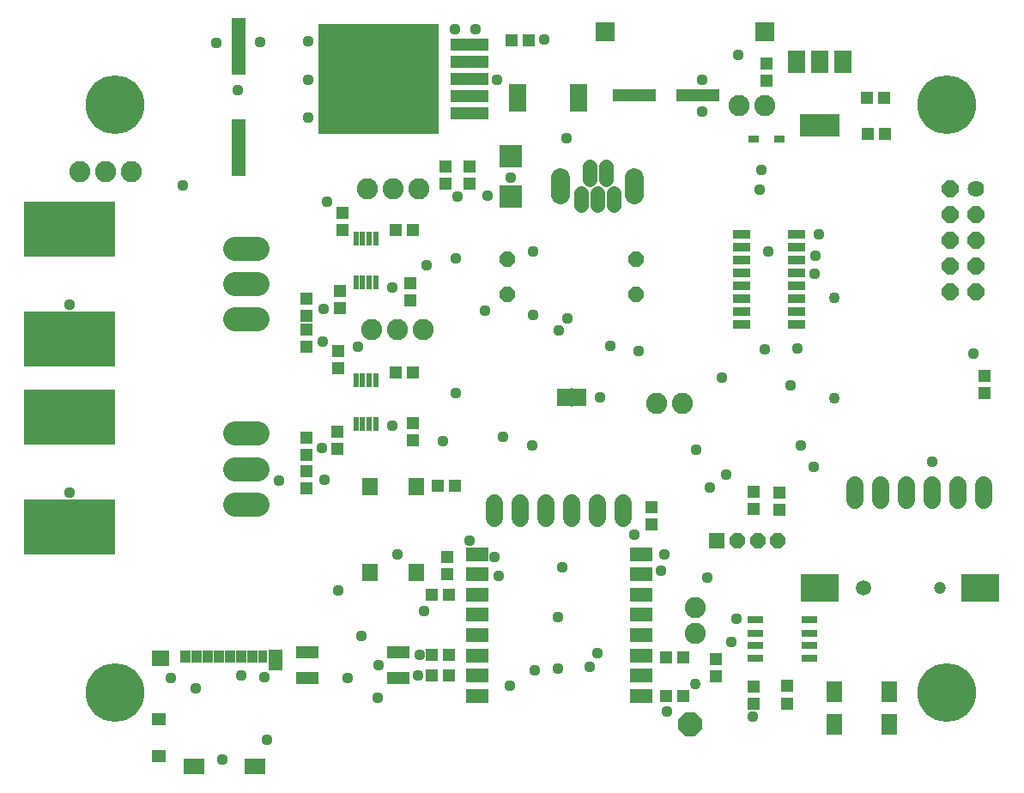
<source format=gts>
G75*
%MOIN*%
%OFA0B0*%
%FSLAX25Y25*%
%IPPOS*%
%LPD*%
%AMOC8*
5,1,8,0,0,1.08239X$1,22.5*
%
%ADD10R,0.02375X0.05524*%
%ADD11R,0.04737X0.05131*%
%ADD12R,0.08674X0.08674*%
%ADD13R,0.05131X0.04737*%
%ADD14R,0.06700X0.08700*%
%ADD15R,0.15800X0.08700*%
%ADD16R,0.14600X0.04900*%
%ADD17R,0.46700X0.42800*%
%ADD18R,0.06706X0.10643*%
%ADD19R,0.03950X0.03162*%
%ADD20R,0.16800X0.05100*%
%ADD21C,0.08200*%
%ADD22R,0.08674X0.05524*%
%ADD23C,0.06800*%
%ADD24R,0.05500X0.21900*%
%ADD25R,0.04150X0.05100*%
%ADD26R,0.03750X0.05100*%
%ADD27R,0.05406X0.07859*%
%ADD28R,0.08309X0.06106*%
%ADD29R,0.05506X0.04755*%
%ADD30R,0.06908X0.06107*%
%ADD31C,0.05556*%
%ADD32C,0.07400*%
%ADD33R,0.06312X0.07099*%
%ADD34R,0.05400X0.07100*%
%ADD35R,0.00600X0.07200*%
%ADD36R,0.06800X0.03300*%
%ADD37R,0.35249X0.21272*%
%ADD38OC8,0.06000*%
%ADD39C,0.06400*%
%ADD40OC8,0.06400*%
%ADD41R,0.05918X0.08280*%
%ADD42R,0.05918X0.03162*%
%ADD43C,0.09200*%
%ADD44C,0.04737*%
%ADD45C,0.05918*%
%ADD46R,0.14737X0.11036*%
%ADD47OC8,0.09300*%
%ADD48R,0.08700X0.05100*%
%ADD49R,0.06000X0.06000*%
%ADD50C,0.22800*%
%ADD51C,0.04369*%
%ADD52R,0.07296X0.07296*%
%ADD53C,0.05550*%
%ADD54C,0.04300*%
D10*
X0162988Y0196040D03*
X0165547Y0196040D03*
X0168106Y0196040D03*
X0170665Y0196040D03*
X0170665Y0213022D03*
X0168106Y0213022D03*
X0165547Y0213022D03*
X0162988Y0213022D03*
X0162988Y0251040D03*
X0165547Y0251040D03*
X0168106Y0251040D03*
X0170665Y0251040D03*
X0170665Y0268022D03*
X0168106Y0268022D03*
X0165547Y0268022D03*
X0162988Y0268022D03*
D11*
X0157627Y0271585D03*
X0157627Y0278278D03*
X0178480Y0271531D03*
X0185173Y0271531D03*
X0197786Y0289589D03*
X0197786Y0296282D03*
X0206950Y0296269D03*
X0206950Y0289576D03*
X0184051Y0251000D03*
X0184051Y0244307D03*
X0156827Y0241185D03*
X0156827Y0247878D03*
X0156127Y0224378D03*
X0156127Y0217685D03*
X0178441Y0216208D03*
X0185134Y0216208D03*
X0185027Y0196378D03*
X0185027Y0189685D03*
X0155827Y0186485D03*
X0155827Y0193178D03*
X0194599Y0172016D03*
X0201292Y0172016D03*
X0277627Y0163778D03*
X0277627Y0157085D03*
X0199173Y0129831D03*
X0192480Y0129831D03*
X0192480Y0106531D03*
X0199173Y0106531D03*
X0199173Y0098531D03*
X0192480Y0098531D03*
X0283480Y0105531D03*
X0290173Y0105531D03*
X0317372Y0094309D03*
X0317372Y0087616D03*
X0407110Y0208199D03*
X0407110Y0214892D03*
X0322327Y0329585D03*
X0322327Y0336278D03*
D12*
X0223111Y0300249D03*
X0223111Y0284501D03*
D13*
X0143827Y0244878D03*
X0143827Y0238185D03*
X0143827Y0232878D03*
X0143827Y0226185D03*
X0143827Y0190878D03*
X0143827Y0184185D03*
X0143827Y0177878D03*
X0143827Y0171185D03*
X0198277Y0144467D03*
X0198277Y0137774D03*
X0283480Y0090531D03*
X0290173Y0090531D03*
X0302827Y0098185D03*
X0302827Y0104878D03*
X0330456Y0094361D03*
X0330456Y0087668D03*
X0327365Y0162923D03*
X0327365Y0169615D03*
X0317551Y0169878D03*
X0317551Y0163185D03*
X0361729Y0309002D03*
X0368422Y0309002D03*
X0368197Y0322827D03*
X0361504Y0322827D03*
X0229972Y0345338D03*
X0223280Y0345338D03*
D14*
X0334038Y0336931D03*
X0343038Y0336931D03*
X0352038Y0336931D03*
D15*
X0343138Y0312131D03*
D16*
X0206902Y0316690D03*
X0206902Y0323390D03*
X0206902Y0330090D03*
X0206902Y0336790D03*
X0206902Y0343490D03*
D17*
X0171702Y0330090D03*
D18*
X0225715Y0322884D03*
X0249337Y0322884D03*
D19*
X0317472Y0306901D03*
X0327315Y0306901D03*
D20*
X0295627Y0323931D03*
X0271027Y0323931D03*
D21*
X0311827Y0319878D03*
X0321827Y0319878D03*
X0187326Y0287631D03*
X0177326Y0287631D03*
X0167326Y0287631D03*
X0075694Y0294290D03*
X0065694Y0294290D03*
X0055694Y0294290D03*
X0168997Y0232816D03*
X0178997Y0232816D03*
X0188997Y0232816D03*
X0279665Y0204311D03*
X0289665Y0204311D03*
X0294744Y0124994D03*
X0294744Y0114994D03*
D22*
X0273827Y0114161D03*
X0273827Y0106287D03*
X0273827Y0098413D03*
X0273827Y0090539D03*
X0273827Y0122035D03*
X0273827Y0129909D03*
X0273827Y0137783D03*
X0273827Y0145657D03*
X0210047Y0145657D03*
X0210047Y0137783D03*
X0210047Y0129909D03*
X0210047Y0122035D03*
X0210047Y0114161D03*
X0210047Y0106287D03*
X0210047Y0098413D03*
X0210047Y0090539D03*
D23*
X0216827Y0159531D02*
X0216827Y0165531D01*
X0226827Y0165531D02*
X0226827Y0159531D01*
X0236827Y0159531D02*
X0236827Y0165531D01*
X0246827Y0165531D02*
X0246827Y0159531D01*
X0256827Y0159531D02*
X0256827Y0165531D01*
X0266827Y0165531D02*
X0266827Y0159531D01*
X0356827Y0166531D02*
X0356827Y0172531D01*
X0366827Y0172531D02*
X0366827Y0166531D01*
X0376827Y0166531D02*
X0376827Y0172531D01*
X0386827Y0172531D02*
X0386827Y0166531D01*
X0396827Y0166531D02*
X0396827Y0172531D01*
X0406827Y0172531D02*
X0406827Y0166531D01*
D24*
X0117426Y0303496D03*
X0117426Y0342696D03*
D25*
X0118328Y0105787D03*
X0114026Y0105787D03*
X0109733Y0105777D03*
X0105371Y0105767D03*
X0101061Y0105787D03*
X0096768Y0105787D03*
X0122684Y0105776D03*
D26*
X0126855Y0105777D03*
D27*
X0131578Y0104401D03*
D28*
X0100133Y0063237D03*
X0123614Y0063239D03*
D29*
X0086369Y0067051D03*
X0086369Y0081619D03*
D30*
X0087085Y0105291D03*
D31*
X0250528Y0281035D02*
X0250528Y0285791D01*
X0256827Y0285791D02*
X0256827Y0281035D01*
X0263126Y0281035D02*
X0263126Y0285791D01*
X0259976Y0291271D02*
X0259976Y0296027D01*
X0253677Y0296027D02*
X0253677Y0291271D01*
D32*
X0242457Y0291831D02*
X0242457Y0285231D01*
X0271197Y0285231D02*
X0271197Y0291831D01*
D33*
X0186239Y0171936D03*
X0168522Y0171936D03*
X0168522Y0138472D03*
X0186239Y0138472D03*
D34*
X0243827Y0206531D03*
X0249827Y0206531D03*
D35*
X0246827Y0206531D03*
D36*
X0312681Y0234740D03*
X0312681Y0239740D03*
X0312681Y0244740D03*
X0312681Y0249740D03*
X0312681Y0254740D03*
X0312681Y0259740D03*
X0312681Y0264740D03*
X0312681Y0269740D03*
X0333902Y0269740D03*
X0333902Y0264740D03*
X0333902Y0259740D03*
X0333902Y0254740D03*
X0333902Y0249740D03*
X0333902Y0244740D03*
X0333902Y0239740D03*
X0333902Y0234740D03*
D37*
X0051827Y0229271D03*
X0051827Y0198791D03*
X0051827Y0156271D03*
X0051827Y0271791D03*
D38*
X0221834Y0260256D03*
X0221827Y0246531D03*
X0271827Y0246531D03*
X0271834Y0260256D03*
X0311091Y0150740D03*
X0318965Y0150740D03*
X0326839Y0150740D03*
D39*
X0403827Y0287531D03*
D40*
X0403827Y0277531D03*
X0393827Y0277531D03*
X0393827Y0287531D03*
X0393827Y0267531D03*
X0403827Y0267531D03*
X0403827Y0257531D03*
X0393827Y0257531D03*
X0393827Y0247531D03*
X0403827Y0247531D03*
D41*
X0370231Y0092262D03*
X0348577Y0092262D03*
X0348577Y0079664D03*
X0370231Y0079664D03*
D42*
X0339063Y0105051D03*
X0339063Y0110169D03*
X0339063Y0114894D03*
X0339063Y0120012D03*
X0318197Y0120012D03*
X0318197Y0114894D03*
X0318197Y0110169D03*
X0318197Y0105051D03*
D43*
X0124602Y0164831D02*
X0116202Y0164831D01*
X0116202Y0178610D02*
X0124602Y0178610D01*
X0124602Y0192390D02*
X0116202Y0192390D01*
X0116183Y0236752D02*
X0124583Y0236752D01*
X0124583Y0250531D02*
X0116183Y0250531D01*
X0116183Y0264311D02*
X0124583Y0264311D01*
D44*
X0389606Y0132531D03*
D45*
X0360079Y0132531D03*
D46*
X0343150Y0132531D03*
X0405551Y0132531D03*
D47*
X0292827Y0079531D03*
D48*
X0179527Y0097531D03*
X0179527Y0107531D03*
X0144127Y0107531D03*
X0144127Y0097531D03*
D49*
X0303217Y0150740D03*
D50*
X0392316Y0091741D03*
X0069504Y0091748D03*
X0069504Y0320134D03*
X0392316Y0320205D03*
D51*
X0320321Y0294947D03*
X0319702Y0287281D03*
X0342840Y0269870D03*
X0341547Y0261536D03*
X0341006Y0254654D03*
X0322899Y0263240D03*
X0261644Y0226495D03*
X0272827Y0224531D03*
X0245089Y0237233D03*
X0241827Y0232531D03*
X0231890Y0238531D03*
X0213089Y0240233D03*
X0190262Y0257928D03*
X0201827Y0260531D03*
X0177115Y0249112D03*
X0150238Y0240921D03*
X0150085Y0228245D03*
X0163714Y0226012D03*
X0201589Y0208233D03*
X0177040Y0195573D03*
X0196596Y0189656D03*
X0220089Y0191233D03*
X0231292Y0187735D03*
X0257827Y0206531D03*
X0295089Y0186233D03*
X0306677Y0176531D03*
X0300252Y0171531D03*
X0271204Y0153242D03*
X0282827Y0145531D03*
X0281283Y0139079D03*
X0299376Y0136510D03*
X0310827Y0120531D03*
X0308827Y0111531D03*
X0283827Y0084531D03*
X0317202Y0082486D03*
X0256827Y0107031D03*
X0253717Y0101979D03*
X0241327Y0101031D03*
X0232260Y0100579D03*
X0222827Y0094531D03*
X0187008Y0098505D03*
X0187617Y0106532D03*
X0171731Y0102611D03*
X0159827Y0097531D03*
X0171376Y0089939D03*
X0127249Y0097756D03*
X0118329Y0098675D03*
X0100827Y0093531D03*
X0090981Y0097572D03*
X0128277Y0073451D03*
X0111181Y0065772D03*
X0164963Y0114011D03*
X0189369Y0123605D03*
X0218327Y0137031D03*
X0216709Y0144505D03*
X0207053Y0150807D03*
X0179141Y0145415D03*
X0156141Y0131626D03*
X0150840Y0174509D03*
X0132900Y0174058D03*
X0149851Y0186884D03*
X0242899Y0140347D03*
X0241327Y0121031D03*
X0340787Y0179374D03*
X0335815Y0187788D03*
X0331805Y0211140D03*
X0305192Y0214240D03*
X0321598Y0225179D03*
X0334370Y0225523D03*
X0402827Y0223531D03*
X0386827Y0181531D03*
X0231827Y0263031D03*
X0214215Y0284803D03*
X0223111Y0291831D03*
X0202415Y0284678D03*
X0244827Y0307031D03*
X0217620Y0329941D03*
X0236139Y0345421D03*
X0209429Y0349571D03*
X0201429Y0349571D03*
X0144234Y0344825D03*
X0125794Y0344526D03*
X0108720Y0344341D03*
X0117155Y0325834D03*
X0144274Y0329900D03*
X0144550Y0315191D03*
X0095742Y0288934D03*
X0151609Y0282359D03*
X0051827Y0242531D03*
X0051827Y0169531D03*
X0297428Y0317444D03*
X0297408Y0329808D03*
X0311371Y0339384D03*
D52*
X0321827Y0348531D03*
X0259827Y0348531D03*
D53*
X0059567Y0279777D03*
X0053567Y0279777D03*
X0047567Y0279777D03*
X0041567Y0279777D03*
X0042567Y0221277D03*
X0048567Y0221277D03*
X0054567Y0221277D03*
X0060567Y0221277D03*
X0060567Y0206777D03*
X0054567Y0206777D03*
X0048567Y0206777D03*
X0042567Y0206777D03*
X0043567Y0148277D03*
X0049567Y0148277D03*
X0055567Y0148277D03*
X0061567Y0148277D03*
D54*
X0294640Y0095122D03*
X0348827Y0206031D03*
X0348827Y0245031D03*
M02*

</source>
